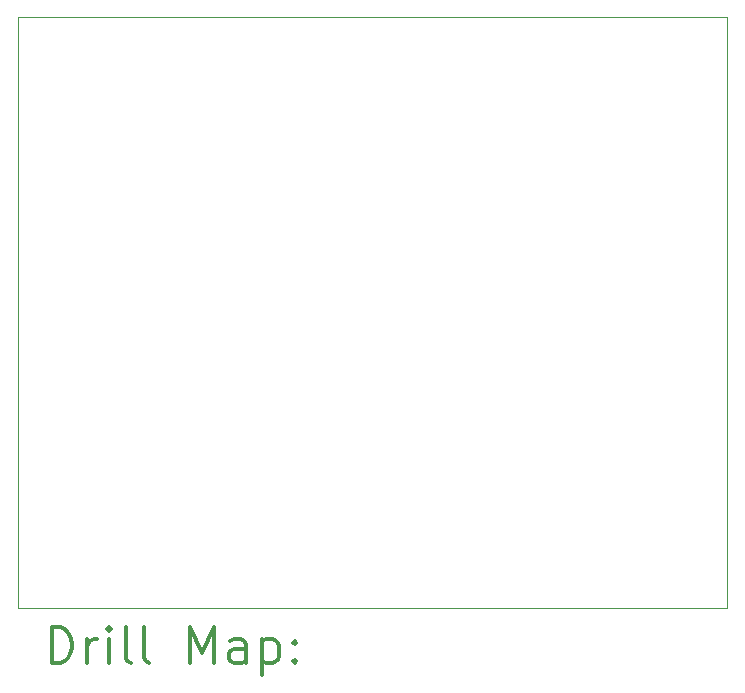
<source format=gbr>
%FSLAX45Y45*%
G04 Gerber Fmt 4.5, Leading zero omitted, Abs format (unit mm)*
G04 Created by KiCad (PCBNEW (5.1.6)-1) date 2021-10-09 22:23:08*
%MOMM*%
%LPD*%
G01*
G04 APERTURE LIST*
%TA.AperFunction,Profile*%
%ADD10C,0.050000*%
%TD*%
%ADD11C,0.200000*%
%ADD12C,0.300000*%
G04 APERTURE END LIST*
D10*
X15500000Y-6000000D02*
X9500000Y-6000000D01*
X15500000Y-11000000D02*
X15500000Y-6000000D01*
X9500000Y-11000000D02*
X15500000Y-11000000D01*
X9500000Y-6000000D02*
X9500000Y-11000000D01*
D11*
D12*
X9783928Y-11468214D02*
X9783928Y-11168214D01*
X9855357Y-11168214D01*
X9898214Y-11182500D01*
X9926786Y-11211071D01*
X9941071Y-11239643D01*
X9955357Y-11296786D01*
X9955357Y-11339643D01*
X9941071Y-11396786D01*
X9926786Y-11425357D01*
X9898214Y-11453929D01*
X9855357Y-11468214D01*
X9783928Y-11468214D01*
X10083928Y-11468214D02*
X10083928Y-11268214D01*
X10083928Y-11325357D02*
X10098214Y-11296786D01*
X10112500Y-11282500D01*
X10141071Y-11268214D01*
X10169643Y-11268214D01*
X10269643Y-11468214D02*
X10269643Y-11268214D01*
X10269643Y-11168214D02*
X10255357Y-11182500D01*
X10269643Y-11196786D01*
X10283928Y-11182500D01*
X10269643Y-11168214D01*
X10269643Y-11196786D01*
X10455357Y-11468214D02*
X10426786Y-11453929D01*
X10412500Y-11425357D01*
X10412500Y-11168214D01*
X10612500Y-11468214D02*
X10583928Y-11453929D01*
X10569643Y-11425357D01*
X10569643Y-11168214D01*
X10955357Y-11468214D02*
X10955357Y-11168214D01*
X11055357Y-11382500D01*
X11155357Y-11168214D01*
X11155357Y-11468214D01*
X11426786Y-11468214D02*
X11426786Y-11311071D01*
X11412500Y-11282500D01*
X11383928Y-11268214D01*
X11326786Y-11268214D01*
X11298214Y-11282500D01*
X11426786Y-11453929D02*
X11398214Y-11468214D01*
X11326786Y-11468214D01*
X11298214Y-11453929D01*
X11283928Y-11425357D01*
X11283928Y-11396786D01*
X11298214Y-11368214D01*
X11326786Y-11353929D01*
X11398214Y-11353929D01*
X11426786Y-11339643D01*
X11569643Y-11268214D02*
X11569643Y-11568214D01*
X11569643Y-11282500D02*
X11598214Y-11268214D01*
X11655357Y-11268214D01*
X11683928Y-11282500D01*
X11698214Y-11296786D01*
X11712500Y-11325357D01*
X11712500Y-11411071D01*
X11698214Y-11439643D01*
X11683928Y-11453929D01*
X11655357Y-11468214D01*
X11598214Y-11468214D01*
X11569643Y-11453929D01*
X11841071Y-11439643D02*
X11855357Y-11453929D01*
X11841071Y-11468214D01*
X11826786Y-11453929D01*
X11841071Y-11439643D01*
X11841071Y-11468214D01*
X11841071Y-11282500D02*
X11855357Y-11296786D01*
X11841071Y-11311071D01*
X11826786Y-11296786D01*
X11841071Y-11282500D01*
X11841071Y-11311071D01*
M02*

</source>
